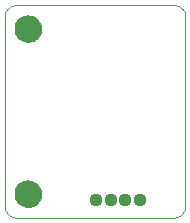
<source format=gbs>
G75*
%MOIN*%
%OFA0B0*%
%FSLAX24Y24*%
%IPPOS*%
%LPD*%
%AMOC8*
5,1,8,0,0,1.08239X$1,22.5*
%
%ADD10C,0.0000*%
%ADD11C,0.0906*%
%ADD12C,0.0437*%
D10*
X000100Y000494D02*
X000100Y006793D01*
X000102Y006832D01*
X000108Y006870D01*
X000117Y006907D01*
X000130Y006944D01*
X000147Y006979D01*
X000166Y007012D01*
X000189Y007043D01*
X000215Y007072D01*
X000244Y007098D01*
X000275Y007121D01*
X000308Y007140D01*
X000343Y007157D01*
X000380Y007170D01*
X000417Y007179D01*
X000455Y007185D01*
X000494Y007187D01*
X005737Y007187D01*
X005776Y007185D01*
X005814Y007179D01*
X005851Y007170D01*
X005888Y007157D01*
X005923Y007140D01*
X005956Y007121D01*
X005987Y007098D01*
X006016Y007072D01*
X006042Y007043D01*
X006065Y007012D01*
X006084Y006979D01*
X006101Y006944D01*
X006114Y006907D01*
X006123Y006870D01*
X006129Y006832D01*
X006131Y006793D01*
X006131Y000494D01*
X006129Y000455D01*
X006123Y000417D01*
X006114Y000380D01*
X006101Y000343D01*
X006084Y000308D01*
X006065Y000275D01*
X006042Y000244D01*
X006016Y000215D01*
X005987Y000189D01*
X005956Y000166D01*
X005923Y000147D01*
X005888Y000130D01*
X005851Y000117D01*
X005814Y000108D01*
X005776Y000102D01*
X005737Y000100D01*
X000494Y000100D01*
X000455Y000102D01*
X000417Y000108D01*
X000380Y000117D01*
X000343Y000130D01*
X000308Y000147D01*
X000275Y000166D01*
X000244Y000189D01*
X000215Y000215D01*
X000189Y000244D01*
X000166Y000275D01*
X000147Y000308D01*
X000130Y000343D01*
X000117Y000380D01*
X000108Y000417D01*
X000102Y000455D01*
X000100Y000494D01*
X000454Y000887D02*
X000456Y000928D01*
X000462Y000969D01*
X000472Y001009D01*
X000485Y001048D01*
X000502Y001085D01*
X000523Y001121D01*
X000547Y001155D01*
X000574Y001186D01*
X000603Y001214D01*
X000636Y001240D01*
X000670Y001262D01*
X000707Y001281D01*
X000745Y001296D01*
X000785Y001308D01*
X000825Y001316D01*
X000866Y001320D01*
X000908Y001320D01*
X000949Y001316D01*
X000989Y001308D01*
X001029Y001296D01*
X001067Y001281D01*
X001103Y001262D01*
X001138Y001240D01*
X001171Y001214D01*
X001200Y001186D01*
X001227Y001155D01*
X001251Y001121D01*
X001272Y001085D01*
X001289Y001048D01*
X001302Y001009D01*
X001312Y000969D01*
X001318Y000928D01*
X001320Y000887D01*
X001318Y000846D01*
X001312Y000805D01*
X001302Y000765D01*
X001289Y000726D01*
X001272Y000689D01*
X001251Y000653D01*
X001227Y000619D01*
X001200Y000588D01*
X001171Y000560D01*
X001138Y000534D01*
X001104Y000512D01*
X001067Y000493D01*
X001029Y000478D01*
X000989Y000466D01*
X000949Y000458D01*
X000908Y000454D01*
X000866Y000454D01*
X000825Y000458D01*
X000785Y000466D01*
X000745Y000478D01*
X000707Y000493D01*
X000671Y000512D01*
X000636Y000534D01*
X000603Y000560D01*
X000574Y000588D01*
X000547Y000619D01*
X000523Y000653D01*
X000502Y000689D01*
X000485Y000726D01*
X000472Y000765D01*
X000462Y000805D01*
X000456Y000846D01*
X000454Y000887D01*
X000454Y006399D02*
X000456Y006440D01*
X000462Y006481D01*
X000472Y006521D01*
X000485Y006560D01*
X000502Y006597D01*
X000523Y006633D01*
X000547Y006667D01*
X000574Y006698D01*
X000603Y006726D01*
X000636Y006752D01*
X000670Y006774D01*
X000707Y006793D01*
X000745Y006808D01*
X000785Y006820D01*
X000825Y006828D01*
X000866Y006832D01*
X000908Y006832D01*
X000949Y006828D01*
X000989Y006820D01*
X001029Y006808D01*
X001067Y006793D01*
X001103Y006774D01*
X001138Y006752D01*
X001171Y006726D01*
X001200Y006698D01*
X001227Y006667D01*
X001251Y006633D01*
X001272Y006597D01*
X001289Y006560D01*
X001302Y006521D01*
X001312Y006481D01*
X001318Y006440D01*
X001320Y006399D01*
X001318Y006358D01*
X001312Y006317D01*
X001302Y006277D01*
X001289Y006238D01*
X001272Y006201D01*
X001251Y006165D01*
X001227Y006131D01*
X001200Y006100D01*
X001171Y006072D01*
X001138Y006046D01*
X001104Y006024D01*
X001067Y006005D01*
X001029Y005990D01*
X000989Y005978D01*
X000949Y005970D01*
X000908Y005966D01*
X000866Y005966D01*
X000825Y005970D01*
X000785Y005978D01*
X000745Y005990D01*
X000707Y006005D01*
X000671Y006024D01*
X000636Y006046D01*
X000603Y006072D01*
X000574Y006100D01*
X000547Y006131D01*
X000523Y006165D01*
X000502Y006201D01*
X000485Y006238D01*
X000472Y006277D01*
X000462Y006317D01*
X000456Y006358D01*
X000454Y006399D01*
D11*
X000887Y006399D03*
X000887Y000887D03*
D12*
X003143Y000679D03*
X003635Y000679D03*
X004127Y000679D03*
X004619Y000679D03*
M02*

</source>
